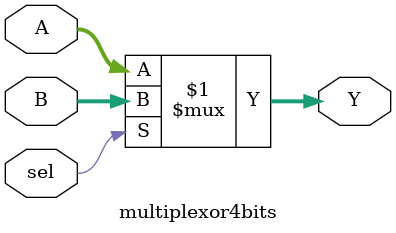
<source format=v>
module multiplexor4bits (
    input [3:0] A, // Entrada A de 4 bits
    input [3:0] B, // Entrada B de 4 bits
    input sel, // Señal de selección
    output [3:0] Y // Salida de 4 bits
);
assign Y = sel ? B : A; 
endmodule
</source>
